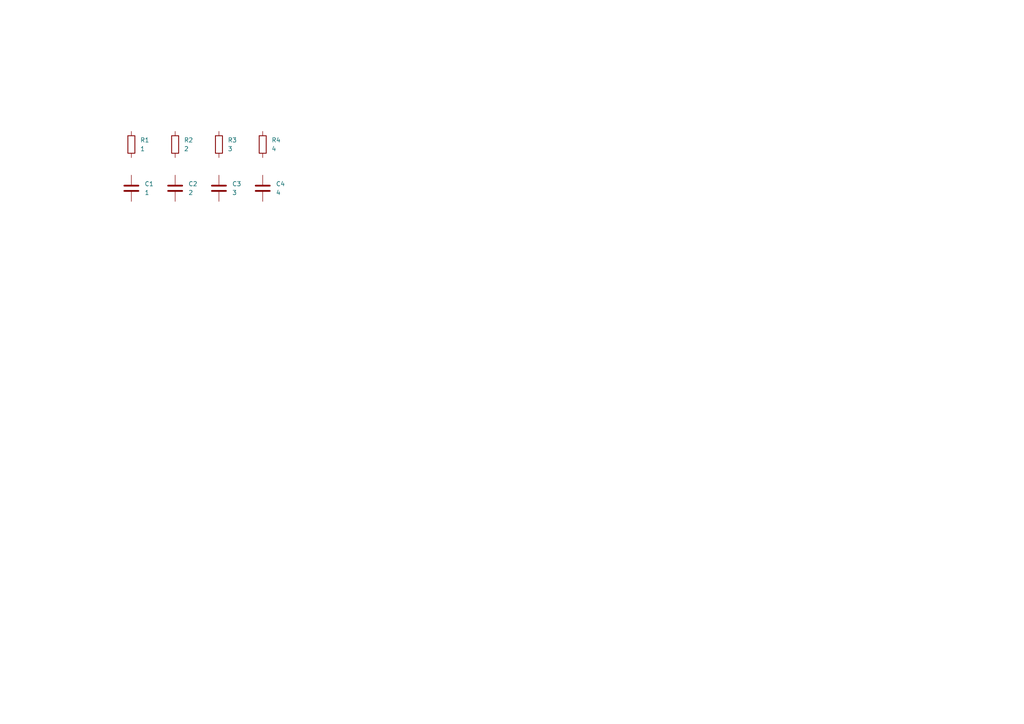
<source format=kicad_sch>
(kicad_sch (version 20231120) (generator "eeschema") (generator_version "8.99")
  (paper "A4")
  (lib_symbols
    (symbol "Device:C" (pin_numbers hide) (pin_names (offset 0.254))
      (property "Reference" "C" (at 0.635 2.54 0))
      (property "Value" "C" (at 0.635 -2.54 0))
      (symbol "C_0_1"
        (polyline (pts (xy -2.032 -0.762) (xy 2.032 -0.762)) (stroke (width 0.508)))
        (polyline (pts (xy -2.032 0.762) (xy 2.032 0.762)) (stroke (width 0.508)))
      )
      (symbol "C_1_1"
        (pin passive line (at 0 3.81 270) (length 2.794) (name "~") (number "1"))
        (pin passive line (at 0 -3.81 90) (length 2.794) (name "~") (number "2"))
      )
    )
    (symbol "Device:R" (pin_numbers hide) (pin_names (offset 0))
      (property "Reference" "R" (at 2.032 0 90))
      (property "Value" "R" (at 0 0 90))
      (symbol "R_0_1"
        (rectangle (start -1.016 -2.54) (end 1.016 2.54) (stroke (width 0.254)))
      )
      (symbol "R_1_1"
        (pin passive line (at 0 3.81 270) (length 1.27) (name "~") (number "1"))
        (pin passive line (at 0 -3.81 90) (length 1.27) (name "~") (number "2"))
      )
    )
  )
  (symbol (lib_id "Device:C") (at 63.5 54.61 0) (unit 1)
    (property "Reference" "C3" (at 67.31 53.34 0) (effects (justify left)))
    (property "Value" "3" (at 67.31 55.88 0) (effects (justify left)))
    (property "Footprint" "Capacitor_SMD:C_0805_2012Metric" (effects (hide yes)))
  )
  (symbol (lib_id "Device:R") (at 50.8 41.91 0) (unit 1)
    (property "Reference" "R2" (at 53.34 40.64 0) (effects (justify left)))
    (property "Value" "2" (at 53.34 43.18 0) (effects (justify left)))
    (property "Footprint" "Resistor_SMD:R_0805_2012Metric" (effects (hide yes)))
  )
  (symbol (lib_id "Device:C") (at 50.8 54.61 0) (unit 1)
    (property "Reference" "C2" (at 54.61 53.34 0) (effects (justify left)))
    (property "Value" "2" (at 54.61 55.88 0) (effects (justify left)))
    (property "Footprint" "Capacitor_SMD:C_0805_2012Metric" (effects (hide yes)))
  )
  (symbol (lib_id "Device:R") (at 76.2 41.91 0) (unit 1)
    (property "Reference" "R4" (at 78.74 40.64 0) (effects (justify left)))
    (property "Value" "4" (at 78.74 43.18 0) (effects (justify left)))
    (property "Footprint" "Resistor_SMD:R_0805_2012Metric" (effects (hide yes)))
  )
  (symbol (lib_id "Device:R") (at 38.1 41.91 0) (unit 1)
    (property "Reference" "R1" (at 40.64 40.64 0) (effects (justify left)))
    (property "Value" "1" (at 40.64 43.18 0) (effects (justify left)))
    (property "Footprint" "Resistor_SMD:R_0805_2012Metric" (effects (hide yes)))
  )
  (symbol (lib_id "Device:C") (at 76.2 54.61 0) (unit 1)
    (property "Reference" "C4" (at 80.01 53.34 0) (effects (justify left)))
    (property "Value" "4" (at 80.01 55.88 0) (effects (justify left)))
    (property "Footprint" "Capacitor_SMD:C_0805_2012Metric" (effects (hide yes)))
  )
  (symbol (lib_id "Device:R") (at 63.5 41.91 0) (unit 1)
    (property "Reference" "R3" (at 66.04 40.64 0) (effects (justify left)))
    (property "Value" "3" (at 66.04 43.18 0) (effects (justify left)))
    (property "Footprint" "Resistor_SMD:R_0805_2012Metric" (effects (hide yes)))
  )
  (symbol (lib_id "Device:C") (at 38.1 54.61 0) (unit 1)
    (property "Reference" "C1" (at 41.91 53.34 0) (effects (justify left)))
    (property "Value" "1" (at 41.91 55.88 0) (effects (justify left)))
    (property "Footprint" "Capacitor_SMD:C_0805_2012Metric" (effects (hide yes)))
  )
)
</source>
